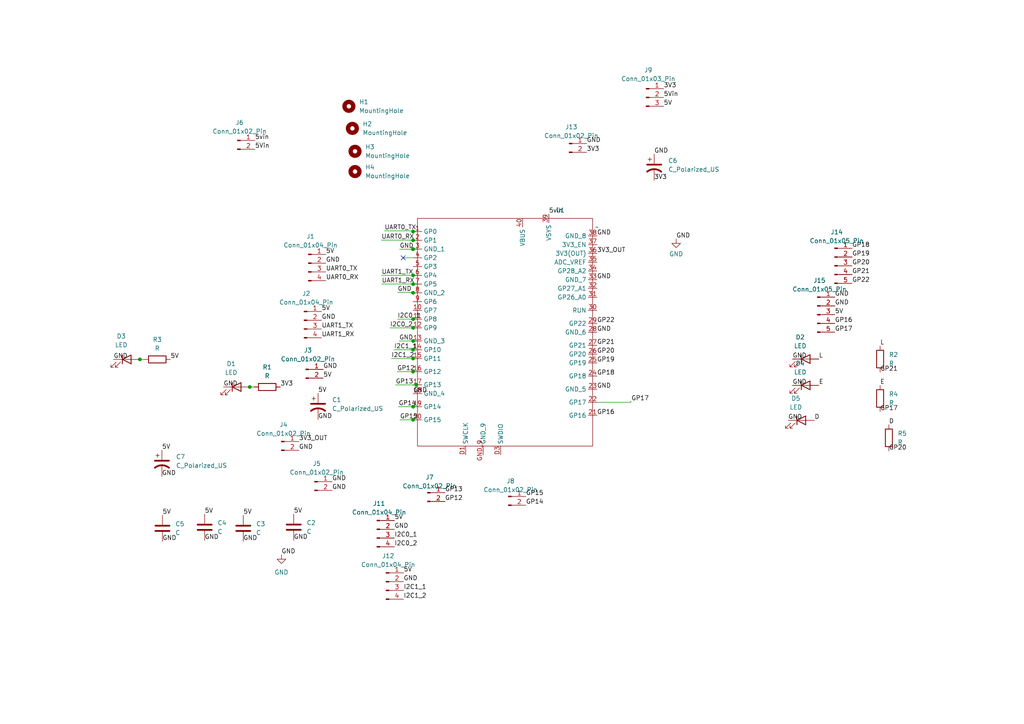
<source format=kicad_sch>
(kicad_sch (version 20230121) (generator eeschema)
  (paper "A4")
  (lib_symbols
    (symbol "Connector:Conn_01x02_Pin" (pin_names (offset 1.016) hide)
      (property "Reference" "J" (at 0 2.54 0))
      (property "Value" "Conn_01x02_Pin" (at 0 -5.08 0))
      (symbol "Conn_01x02_Pin_1_1"
        (polyline (pts (xy 1.27 -2.54) (xy 0.8636 -2.54)) (stroke (width 0.1524)))
        (polyline (pts (xy 1.27 0) (xy 0.8636 0)) (stroke (width 0.1524)))
        (rectangle (start 0.8636 -2.413) (end 0 -2.667) (stroke (width 0.1524)) (fill (type outline)))
        (rectangle (start 0.8636 0.127) (end 0 -0.127) (stroke (width 0.1524)) (fill (type outline)))
        (pin passive line (at 5.08 0 180) (length 3.81) (name "Pin_1") (number "1"))
        (pin passive line (at 5.08 -2.54 180) (length 3.81) (name "Pin_2") (number "2"))
      )
    )
    (symbol "Connector:Conn_01x03_Pin" (pin_names (offset 1.016) hide)
      (property "Reference" "J" (at 0 5.08 0))
      (property "Value" "Conn_01x03_Pin" (at 0 -5.08 0))
      (symbol "Conn_01x03_Pin_1_1"
        (polyline (pts (xy 1.27 -2.54) (xy 0.8636 -2.54)) (stroke (width 0.1524)))
        (polyline (pts (xy 1.27 0) (xy 0.8636 0)) (stroke (width 0.1524)))
        (polyline (pts (xy 1.27 2.54) (xy 0.8636 2.54)) (stroke (width 0.1524)))
        (rectangle (start 0.8636 -2.413) (end 0 -2.667) (stroke (width 0.1524)) (fill (type outline)))
        (rectangle (start 0.8636 0.127) (end 0 -0.127) (stroke (width 0.1524)) (fill (type outline)))
        (rectangle (start 0.8636 2.667) (end 0 2.413) (stroke (width 0.1524)) (fill (type outline)))
        (pin passive line (at 5.08 2.54 180) (length 3.81) (name "Pin_1") (number "1"))
        (pin passive line (at 5.08 0 180) (length 3.81) (name "Pin_2") (number "2"))
        (pin passive line (at 5.08 -2.54 180) (length 3.81) (name "Pin_3") (number "3"))
      )
    )
    (symbol "Connector:Conn_01x04_Pin" (pin_names (offset 1.016) hide)
      (property "Reference" "J" (at 0 5.08 0))
      (property "Value" "Conn_01x04_Pin" (at 0 -7.62 0))
      (symbol "Conn_01x04_Pin_1_1"
        (polyline (pts (xy 1.27 -5.08) (xy 0.8636 -5.08)) (stroke (width 0.1524)))
        (polyline (pts (xy 1.27 -2.54) (xy 0.8636 -2.54)) (stroke (width 0.1524)))
        (polyline (pts (xy 1.27 0) (xy 0.8636 0)) (stroke (width 0.1524)))
        (polyline (pts (xy 1.27 2.54) (xy 0.8636 2.54)) (stroke (width 0.1524)))
        (rectangle (start 0.8636 -4.953) (end 0 -5.207) (stroke (width 0.1524)) (fill (type outline)))
        (rectangle (start 0.8636 -2.413) (end 0 -2.667) (stroke (width 0.1524)) (fill (type outline)))
        (rectangle (start 0.8636 0.127) (end 0 -0.127) (stroke (width 0.1524)) (fill (type outline)))
        (rectangle (start 0.8636 2.667) (end 0 2.413) (stroke (width 0.1524)) (fill (type outline)))
        (pin passive line (at 5.08 2.54 180) (length 3.81) (name "Pin_1") (number "1"))
        (pin passive line (at 5.08 0 180) (length 3.81) (name "Pin_2") (number "2"))
        (pin passive line (at 5.08 -2.54 180) (length 3.81) (name "Pin_3") (number "3"))
        (pin passive line (at 5.08 -5.08 180) (length 3.81) (name "Pin_4") (number "4"))
      )
    )
    (symbol "Connector:Conn_01x05_Pin" (pin_names (offset 1.016) hide)
      (property "Reference" "J" (at 0 7.62 0))
      (property "Value" "Conn_01x05_Pin" (at 0 -7.62 0))
      (symbol "Conn_01x05_Pin_1_1"
        (polyline (pts (xy 1.27 -5.08) (xy 0.8636 -5.08)) (stroke (width 0.1524)))
        (polyline (pts (xy 1.27 -2.54) (xy 0.8636 -2.54)) (stroke (width 0.1524)))
        (polyline (pts (xy 1.27 0) (xy 0.8636 0)) (stroke (width 0.1524)))
        (polyline (pts (xy 1.27 2.54) (xy 0.8636 2.54)) (stroke (width 0.1524)))
        (polyline (pts (xy 1.27 5.08) (xy 0.8636 5.08)) (stroke (width 0.1524)))
        (rectangle (start 0.8636 -4.953) (end 0 -5.207) (stroke (width 0.1524)) (fill (type outline)))
        (rectangle (start 0.8636 -2.413) (end 0 -2.667) (stroke (width 0.1524)) (fill (type outline)))
        (rectangle (start 0.8636 0.127) (end 0 -0.127) (stroke (width 0.1524)) (fill (type outline)))
        (rectangle (start 0.8636 2.667) (end 0 2.413) (stroke (width 0.1524)) (fill (type outline)))
        (rectangle (start 0.8636 5.207) (end 0 4.953) (stroke (width 0.1524)) (fill (type outline)))
        (pin passive line (at 5.08 5.08 180) (length 3.81) (name "Pin_1") (number "1"))
        (pin passive line (at 5.08 2.54 180) (length 3.81) (name "Pin_2") (number "2"))
        (pin passive line (at 5.08 0 180) (length 3.81) (name "Pin_3") (number "3"))
        (pin passive line (at 5.08 -2.54 180) (length 3.81) (name "Pin_4") (number "4"))
        (pin passive line (at 5.08 -5.08 180) (length 3.81) (name "Pin_5") (number "5"))
      )
    )
    (symbol "Device:C" (pin_numbers hide) (pin_names (offset 0.254))
      (property "Reference" "C" (at 0.635 2.54 0))
      (property "Value" "C" (at 0.635 -2.54 0))
      (symbol "C_0_1"
        (polyline (pts (xy -2.032 -0.762) (xy 2.032 -0.762)) (stroke (width 0.508)))
        (polyline (pts (xy -2.032 0.762) (xy 2.032 0.762)) (stroke (width 0.508)))
      )
      (symbol "C_1_1"
        (pin passive line (at 0 3.81 270) (length 2.794) (name "~") (number "1"))
        (pin passive line (at 0 -3.81 90) (length 2.794) (name "~") (number "2"))
      )
    )
    (symbol "Device:C_Polarized_US" (pin_numbers hide) (pin_names (offset 0.254) hide)
      (property "Reference" "C" (at 0.635 2.54 0))
      (property "Value" "C_Polarized_US" (at 0.635 -2.54 0))
      (symbol "C_Polarized_US_0_1"
        (polyline (pts (xy -2.032 0.762) (xy 2.032 0.762)) (stroke (width 0.508)))
        (polyline (pts (xy -1.778 2.286) (xy -0.762 2.286)))
        (polyline (pts (xy -1.27 1.778) (xy -1.27 2.794)))
        (arc (start 2.032 -1.27) (mid 0 -0.5572) (end -2.032 -1.27) (stroke (width 0.508)))
      )
      (symbol "C_Polarized_US_1_1"
        (pin passive line (at 0 3.81 270) (length 2.794) (name "~") (number "1"))
        (pin passive line (at 0 -3.81 90) (length 3.302) (name "~") (number "2"))
      )
    )
    (symbol "Device:LED" (pin_numbers hide) (pin_names (offset 1.016) hide)
      (property "Reference" "D" (at 0 2.54 0))
      (property "Value" "LED" (at 0 -2.54 0))
      (symbol "LED_0_1"
        (polyline (pts (xy -1.27 -1.27) (xy -1.27 1.27)) (stroke (width 0.254)))
        (polyline (pts (xy -1.27 0) (xy 1.27 0)))
        (polyline (pts (xy 1.27 -1.27) (xy 1.27 1.27) (xy -1.27 0) (xy 1.27 -1.27)) (stroke (width 0.254)))
        (polyline (pts (xy -3.048 -0.762) (xy -4.572 -2.286) (xy -3.81 -2.286) (xy -4.572 -2.286) (xy -4.572 -1.524)))
        (polyline (pts (xy -1.778 -0.762) (xy -3.302 -2.286) (xy -2.54 -2.286) (xy -3.302 -2.286) (xy -3.302 -1.524)))
      )
      (symbol "LED_1_1"
        (pin passive line (at -3.81 0 0) (length 2.54) (name "K") (number "1"))
        (pin passive line (at 3.81 0 180) (length 2.54) (name "A") (number "2"))
      )
    )
    (symbol "Device:R" (pin_numbers hide) (pin_names (offset 0))
      (property "Reference" "R" (at 2.032 0 90))
      (property "Value" "R" (at 0 0 90))
      (symbol "R_0_1"
        (rectangle (start -1.016 -2.54) (end 1.016 2.54) (stroke (width 0.254)))
      )
      (symbol "R_1_1"
        (pin passive line (at 0 3.81 270) (length 1.27) (name "~") (number "1"))
        (pin passive line (at 0 -3.81 90) (length 1.27) (name "~") (number "2"))
      )
    )
    (symbol "Mechanical:MountingHole" (pin_names (offset 1.016))
      (property "Reference" "H" (at 0 5.08 0))
      (property "Value" "MountingHole" (at 0 3.175 0))
      (symbol "MountingHole_0_1"
        (circle (center 0 0) (radius 1.27) (stroke (width 1.27)))
      )
    )
    (symbol "pi_pico:pi_pico"
      (property "Reference" "U" (at 0 0 0))
      (symbol "pi_pico_0_1"
        (rectangle (start -52.07 2.54) (end -1.27 -63.5))
      )
      (symbol "pi_pico_1_1"
        (pin free line (at -53.34 -1.27 0) (length 2.54) (name "GP0") (number "1"))
        (pin free line (at -53.34 -24.13 0) (length 2.54) (name "GP7") (number "10"))
        (pin free line (at -53.34 -26.67 0) (length 2.54) (name "GP8") (number "11"))
        (pin free line (at -53.34 -29.21 0) (length 2.54) (name "GP9") (number "12"))
        (pin free line (at -53.34 -33.02 0) (length 2.54) (name "GND_3") (number "13"))
        (pin free line (at -53.34 -35.56 0) (length 2.54) (name "GP10") (number "14"))
        (pin free line (at -53.34 -38.1 0) (length 2.54) (name "GP11") (number "15"))
        (pin free line (at -53.34 -41.91 0) (length 2.54) (name "GP12") (number "16"))
        (pin free line (at -53.34 -45.72 0) (length 2.54) (name "GP13") (number "17"))
        (pin free line (at -53.34 -48.26 0) (length 2.54) (name "GND_4") (number "18"))
        (pin free line (at -53.34 -52.07 0) (length 2.54) (name "GP14") (number "19"))
        (pin free line (at -53.34 -3.81 0) (length 2.54) (name "GP1") (number "2"))
        (pin free line (at -53.34 -55.88 0) (length 2.54) (name "GP15") (number "20"))
        (pin free line (at 0 -54.61 180) (length 2.54) (name "GP16") (number "21"))
        (pin free line (at 0 -50.8 180) (length 2.54) (name "GP17") (number "22"))
        (pin free line (at 0 -46.99 180) (length 2.54) (name "GND_5") (number "23"))
        (pin free line (at 0 -43.18 180) (length 2.54) (name "GP18") (number "24"))
        (pin free line (at 0 -39.37 180) (length 2.54) (name "GP19") (number "25"))
        (pin free line (at 0 -36.83 180) (length 2.54) (name "GP20") (number "26"))
        (pin free line (at 0 -34.29 180) (length 2.54) (name "GP21") (number "27"))
        (pin free line (at 0 -30.48 180) (length 2.54) (name "GND_6") (number "28"))
        (pin free line (at 0 -27.94 180) (length 2.54) (name "GP22") (number "29"))
        (pin free line (at -53.34 -6.35 0) (length 2.54) (name "GND_1") (number "3"))
        (pin free line (at 0 -24.13 180) (length 2.54) (name "RUN") (number "30"))
        (pin free line (at 0 -20.32 180) (length 2.54) (name "GP26_A0") (number "31"))
        (pin free line (at 0 -17.78 180) (length 2.54) (name "GP27_A1") (number "32"))
        (pin free line (at 0 -15.24 180) (length 2.54) (name "GND_7") (number "33"))
        (pin free line (at 0 -12.7 180) (length 2.54) (name "GP28_A2") (number "34"))
        (pin free line (at 0 -10.16 180) (length 2.54) (name "ADC_VREF") (number "35"))
        (pin free line (at 0 -7.62 180) (length 2.54) (name "3V3(OUT)") (number "36"))
        (pin free line (at 0 -5.08 180) (length 2.54) (name "3V3_EN") (number "37"))
        (pin free line (at 0 -2.54 180) (length 2.54) (name "GND_8") (number "38"))
        (pin free line (at -13.97 3.81 270) (length 2.54) (name "VSYS") (number "39"))
        (pin free line (at -53.34 -8.89 0) (length 2.54) (name "GP2") (number "4"))
        (pin free line (at -21.59 2.54 270) (length 2.54) (name "VBUS") (number "40"))
        (pin free line (at -53.34 -11.43 0) (length 2.54) (name "GP3") (number "5"))
        (pin free line (at -53.34 -13.97 0) (length 2.54) (name "GP4") (number "6"))
        (pin free line (at -53.34 -16.51 0) (length 2.54) (name "GP5") (number "7"))
        (pin free line (at -53.34 -19.05 0) (length 2.54) (name "GND_2") (number "8"))
        (pin free line (at -53.34 -21.59 0) (length 2.54) (name "GP6") (number "9"))
        (pin free line (at -38.1 -66.04 90) (length 2.54) (name "SWCLK") (number "D1"))
        (pin free line (at -27.94 -66.04 90) (length 2.54) (name "SWDIO") (number "D3"))
        (pin free line (at -33.02 -66.04 90) (length 2.54) (name "GND_9") (number "GND_9"))
      )
    )
    (symbol "power:GND" (power) (pin_names (offset 0))
      (property "Value" "GND" (at 0 -3.81 0))
      (symbol "GND_0_1"
        (polyline (pts (xy 0 0) (xy 0 -1.27) (xy 1.27 -1.27) (xy 0 -2.54) (xy -1.27 -1.27) (xy 0 -1.27)))
      )
      (symbol "GND_1_1"
        (pin power_in line (at 0 0 270) (length 0) hide (name "GND") (number "1"))
      )
    )
  )
  (junction (at 119.7864 72.2884))
  (junction (at 120.7262 111.6076))
  (junction (at 119.8118 69.6976))
  (junction (at 119.8118 84.9376))
  (junction (at 119.8118 82.3976))
  (junction (at 119.8118 107.7976))
  (junction (at 119.8118 92.5576))
  (junction (at 119.8118 98.9076))
  (junction (at 119.8118 72.2376))
  (junction (at 119.8118 101.4476))
  (junction (at 119.8118 121.7676))
  (junction (at 119.8118 117.9576))
  (junction (at 72.4408 112.2426))
  (junction (at 119.8118 103.9876))
  (junction (at 119.8118 67.1576))
  (junction (at 40.5638 104.2416))
  (junction (at 119.8118 79.8576))
  (junction (at 119.8118 95.0976))
  (no_connect (at 116.9416 74.7776))
  (wire (pts (xy 110.617 69.6468) (xy 119.761 69.6468)))
  (wire (pts (xy 119.8118 111.6076) (xy 120.7262 111.6076)))
  (wire (pts (xy 119.8118 101.4476) (xy 120.269 101.4476)))
  (wire (pts (xy 119.8118 103.9876) (xy 120.3198 103.9876)))
  (wire (pts (xy 119.507 66.9544) (xy 119.507 67.1576)))
  (wire (pts (xy 119.8118 92.5576) (xy 120.7516 92.5576)))
  (wire (pts (xy 119.6086 84.9376) (xy 119.8118 84.9376)))
  (wire (pts (xy 111.506 66.9544) (xy 119.507 66.9544)))
  (wire (pts (xy 116.0018 121.7676) (xy 119.8118 121.7676)))
  (wire (pts (xy 119.8118 98.9076) (xy 120.6754 98.9076)))
  (wire (pts (xy 119.7864 72.2884) (xy 120.8278 72.2884)))
  (wire (pts (xy 119.8118 67.1576) (xy 120.6754 67.1576)))
  (wire (pts (xy 119.507 67.1576) (xy 119.8118 67.1576)))
  (wire (pts (xy 119.8118 69.6976) (xy 120.7262 69.6976)))
  (wire (pts (xy 119.8118 79.8576) (xy 120.777 79.8576)))
  (wire (pts (xy 119.8118 121.7676) (xy 120.7008 121.7676)))
  (wire (pts (xy 120.8278 72.2884) (xy 120.8278 72.2376)))
  (wire (pts (xy 115.5954 117.9576) (xy 119.8118 117.9576)))
  (wire (pts (xy 182.9054 116.5098) (xy 182.9054 116.6876)))
  (wire (pts (xy 72.4408 112.2426) (xy 73.6854 112.2426)))
  (wire (pts (xy 119.8118 82.3976) (xy 120.8786 82.3976)))
  (wire (pts (xy 115.316 84.7852) (xy 119.6086 84.7852)))
  (wire (pts (xy 119.761 69.6976) (xy 119.8118 69.6976)))
  (wire (pts (xy 115.2906 92.5576) (xy 119.8118 92.5576)))
  (wire (pts (xy 114.7572 111.633) (xy 120.7262 111.633)))
  (wire (pts (xy 115.9002 72.2884) (xy 119.7864 72.2884)))
  (wire (pts (xy 119.8118 95.0976) (xy 120.142 95.0976)))
  (wire (pts (xy 182.9054 116.6876) (xy 173.1518 116.6876)))
  (wire (pts (xy 114.3 101.4476) (xy 119.8118 101.4476)))
  (wire (pts (xy 120.8278 72.2376) (xy 119.8118 72.2376)))
  (wire (pts (xy 110.6678 79.8576) (xy 119.8118 79.8576)))
  (wire (pts (xy 115.1636 107.7976) (xy 119.8118 107.7976)))
  (wire (pts (xy 40.5638 104.2416) (xy 41.8084 104.2416)))
  (wire (pts (xy 119.8118 117.9576) (xy 120.8278 117.9576)))
  (wire (pts (xy 119.7864 82.3976) (xy 119.8118 82.3976)))
  (wire (pts (xy 120.8786 82.3722) (xy 120.8786 82.3976)))
  (wire (pts (xy 116.9924 74.8284) (xy 116.9924 74.7776)))
  (wire (pts (xy 116.9924 74.7776) (xy 119.8118 74.7776)))
  (wire (pts (xy 119.7864 72.2376) (xy 119.7864 72.2884)))
  (wire (pts (xy 110.6932 82.3722) (xy 120.8786 82.3722)))
  (wire (pts (xy 115.7732 98.9076) (xy 119.8118 98.9076)))
  (wire (pts (xy 72.1614 112.2426) (xy 72.4408 112.2426)))
  (wire (pts (xy 119.8118 84.9376) (xy 120.6246 84.9376)))
  (wire (pts (xy 119.6086 84.7852) (xy 119.6086 84.9376)))
  (wire (pts (xy 113.5126 103.9876) (xy 119.8118 103.9876)))
  (wire (pts (xy 119.8118 72.2376) (xy 119.7864 72.2376)))
  (wire (pts (xy 119.8118 107.7976) (xy 120.523 107.7976)))
  (wire (pts (xy 120.8278 111.6076) (xy 120.8278 111.633)))
  (wire (pts (xy 120.7262 111.6076) (xy 120.8278 111.6076)))
  (wire (pts (xy 120.142 95.0976) (xy 120.142 95.123)))
  (wire (pts (xy 113.1062 95.0976) (xy 119.8118 95.0976)))
  (wire (pts (xy 119.761 69.6468) (xy 119.761 69.6976)))
  (wire (pts (xy 120.7262 111.6076) (xy 120.7262 111.633)))
  (wire (pts (xy 40.2844 104.2416) (xy 40.5638 104.2416)))
  (wire (pts (xy 183.0832 116.5098) (xy 182.9054 116.5098)))
  (label "GP21" (at 247.142 79.629 0))
  (label "I2C1_2" (at 117.0432 173.7868 0))
  (label "GP22" (at 247.142 82.169 0))
  (label "I2C0_2" (at 114.4016 158.5976 0))
  (label "GND" (at 64.8208 112.2426 0))
  (label "GND" (at 93.2688 92.8878 0))
  (label "5Vin" (at 73.9394 43.2816 0))
  (label "GP17" (at 242.1382 96.3422 0))
  (label "I2C1_1" (at 117.0432 171.2468 0))
  (label "UART1_TX" (at 93.2688 95.4278 0))
  (label "GND" (at 173.1518 112.8776 0))
  (label "5V" (at 70.5612 149.4282 0))
  (label "GND" (at 189.738 44.704 0))
  (label "UART1_RX" (at 93.2688 97.9678 0))
  (label "UART0_TX" (at 94.5134 78.867 0))
  (label "GND" (at 229.87 104.14 0))
  (label "GP14" (at 115.5954 117.9576 0))
  (label "UART0_RX" (at 110.617 69.6468 0))
  (label "GND" (at 173.1518 81.1276 0))
  (label "5vin" (at 159.1818 62.0776 0))
  (label "GP19" (at 247.142 74.549 0))
  (label "I2C0_1" (at 114.4016 156.0576 0))
  (label "GND" (at 93.7514 107.1372 0))
  (label "GP14" (at 152.527 146.5326 0))
  (label "GND" (at 115.7732 98.9076 0))
  (label "GND" (at 242.1382 88.7222 0))
  (label "GND" (at 59.3598 156.7434 0))
  (label "5V" (at 93.2688 90.3478 0))
  (label "5V" (at 47.117 149.4282 0))
  (label "UART1_TX" (at 110.6678 79.8576 0))
  (label "GND" (at 173.1518 68.4276 0))
  (label "GND" (at 94.5134 76.327 0))
  (label "GND" (at 173.1518 96.3676 0))
  (label "GND" (at 81.6356 160.909 0))
  (label "5Vin" (at 192.4812 28.2702 0))
  (label "5vin" (at 73.9394 40.7416 0))
  (label "GND" (at 46.9646 138.2014 0))
  (label "GND" (at 115.9002 72.2884 0))
  (label "GND" (at 85.1916 156.718 0))
  (label "L" (at 255.27 100.33 0))
  (label "3V3" (at 192.4812 25.7302 0))
  (label "GP17" (at 255.27 119.38 0))
  (label "UART0_TX" (at 111.506 66.9544 0))
  (label "GND" (at 229.87 111.76 0))
  (label "GND" (at 47.117 157.0482 0))
  (label "E" (at 255.27 111.76 0))
  (label "GP21" (at 255.27 107.95 0))
  (label "GND" (at 170.1546 41.6306 0))
  (label "GP16" (at 173.1518 120.4976 0))
  (label "GP18" (at 247.142 72.009 0))
  (label "GP15" (at 152.527 143.9926 0))
  (label "3V3" (at 170.1546 44.1706 0))
  (label "5V" (at 49.4284 104.2416 0))
  (label "D" (at 236.22 121.92 0))
  (label "5V" (at 117.0432 166.1668 0))
  (label "3V3" (at 81.3054 112.2426 0))
  (label "GND" (at 70.5612 157.0482 0))
  (label "5V" (at 114.4016 150.9776 0))
  (label "3V3_OUT" (at 173.1518 73.5076 0))
  (label "5V" (at 85.1916 149.098 0))
  (label "5V" (at 59.3598 149.1234 0))
  (label "I2C0_1" (at 115.2906 92.5576 0))
  (label "GND" (at 92.2528 121.6914 0))
  (label "5V" (at 93.7514 109.6772 0))
  (label "GND" (at 32.9438 104.2416 0))
  (label "GND" (at 117.0432 168.7068 0))
  (label "UART1_RX" (at 110.6932 82.3722 0))
  (label "3V3_OUT" (at 86.6902 128.0668 0))
  (label "GP12" (at 115.1636 107.7976 0))
  (label "GND" (at 115.316 84.7852 0))
  (label "5V" (at 242.1382 91.2622 0))
  (label "GP16" (at 242.1382 93.8022 0))
  (label "5V" (at 192.4812 30.8102 0))
  (label "GND" (at 96.3168 139.7 0))
  (label "5V" (at 92.2528 114.0714 0))
  (label "GND" (at 114.4016 153.5176 0))
  (label "GP18" (at 173.1518 109.0676 0))
  (label "I2C0_2" (at 113.1062 95.0976 0))
  (label "GND" (at 119.8118 114.1476 0))
  (label "GP20" (at 173.1518 102.7176 0))
  (label "GND" (at 96.3168 142.24 0))
  (label "GND" (at 196.1134 69.3166 0))
  (label "E" (at 237.49 111.76 0))
  (label "GP21" (at 173.1518 100.1776 0))
  (label "GP15" (at 116.0018 121.7676 0))
  (label "5V" (at 46.9646 130.5814 0))
  (label "GND" (at 228.6 121.92 0))
  (label "GP22" (at 173.1518 93.8276 0))
  (label "GP12" (at 129.0574 145.4404 0))
  (label "GP13" (at 129.0574 142.9004 0))
  (label "D" (at 257.81 123.19 0))
  (label "GP20" (at 257.81 130.81 0))
  (label "3V3" (at 189.738 52.324 0))
  (label "GP20" (at 247.142 77.089 0))
  (label "GND" (at 86.6902 130.6068 0))
  (label "5V" (at 94.5134 73.787 0))
  (label "L" (at 237.49 104.14 0))
  (label "GP19" (at 173.1518 105.2576 0))
  (label "UART0_RX" (at 94.5134 81.407 0))
  (label "GND" (at 242.1382 86.1822 0))
  (label "GP17" (at 183.0832 116.5098 0))
  (label "I2C1_1" (at 114.3 101.4476 0))
  (label "GP13" (at 114.7572 111.633 0))
  (label "I2C1_2" (at 113.5126 103.9876 0))
  (symbol (lib_id "Device:LED") (at 68.6308 112.2426 0) (unit 1)
    (property "Reference" "D1" (at 67.0433 105.5116 0))
    (property "Value" "LED" (at 67.0433 108.0516 0))
    (property "Footprint" "MY_LIB:LED_D3.0mm" (effects hide))
  )
  (symbol (lib_id "Connector:Conn_01x04_Pin") (at 88.1888 92.8878 0) (unit 1)
    (property "Reference" "J2" (at 88.8238 85.1408 0))
    (property "Value" "Conn_01x04_Pin" (at 88.8238 87.6808 0))
    (property "Footprint" "MY_LIB:jst_4" (effects hide))
  )
  (symbol (lib_id "Connector:Conn_01x02_Pin") (at 91.2368 139.7 0) (unit 1)
    (property "Reference" "J5" (at 91.8718 134.4676 0))
    (property "Value" "Conn_01x02_Pin" (at 91.8718 137.0076 0))
    (property "Footprint" "Connector_JST:JST_EH_B2B-EH-A_1x02_P2.50mm_Vertical" (effects hide))
  )
  (symbol (lib_id "Connector:Conn_01x02_Pin") (at 81.6102 128.0668 0) (unit 1)
    (property "Reference" "J4" (at 82.2452 123.19 0))
    (property "Value" "Conn_01x02_Pin" (at 82.2452 125.73 0))
    (property "Footprint" "Connector_JST:JST_EH_B2B-EH-A_1x02_P2.50mm_Vertical" (effects hide))
  )
  (symbol (lib_id "Connector:Conn_01x05_Pin") (at 237.0582 91.2622 0) (unit 1)
    (property "Reference" "J15" (at 237.6932 81.3562 0))
    (property "Value" "Conn_01x05_Pin" (at 237.6932 83.8962 0))
    (property "Footprint" "Connector_JST:JST_EH_B5B-EH-A_1x05_P2.50mm_Vertical" (effects hide))
  )
  (symbol (lib_id "power:GND") (at 81.6356 160.909 0) (unit 1)
    (property "Reference" "#PWR01" (effects hide))
    (property "Value" "GND" (at 81.6356 165.989 0))
  )
  (symbol (lib_id "Device:C_Polarized_US") (at 46.9646 134.3914 0) (unit 1)
    (property "Reference" "C7" (at 51.0286 132.4864 0) (effects (justify left)))
    (property "Value" "C_Polarized_US" (at 51.0286 135.0264 0) (effects (justify left)))
    (property "Footprint" "MY_LIB:Capacitor_Disc_Small" (effects hide))
  )
  (symbol (lib_id "Connector:Conn_01x03_Pin") (at 187.4012 28.2702 0) (unit 1)
    (property "Reference" "J9" (at 188.0362 20.32 0))
    (property "Value" "Conn_01x03_Pin" (at 188.0362 22.86 0))
    (property "Footprint" "SWITCH:SWITCH" (effects hide))
  )
  (symbol (lib_id "Device:R") (at 255.27 104.14 0) (unit 1)
    (property "Reference" "R2" (at 257.81 102.87 0) (effects (justify left)))
    (property "Value" "R" (at 257.81 105.41 0) (effects (justify left)))
    (property "Footprint" "MY_LIB:Resistor_small" (effects hide))
  )
  (symbol (lib_id "Mechanical:MountingHole") (at 102.9716 49.7586 0) (unit 1)
    (property "Reference" "H4" (at 105.918 48.4886 0) (effects (justify left)))
    (property "Value" "MountingHole" (at 105.918 51.0286 0) (effects (justify left)))
    (property "Footprint" "MountingHole:MountingHole_3mm_Pad" (effects hide))
  )
  (symbol (lib_id "Mechanical:MountingHole") (at 102.2096 37.2364 0) (unit 1)
    (property "Reference" "H2" (at 105.156 35.9664 0) (effects (justify left)))
    (property "Value" "MountingHole" (at 105.156 38.5064 0) (effects (justify left)))
    (property "Footprint" "MountingHole:MountingHole_3mm_Pad" (effects hide))
  )
  (symbol (lib_id "Device:R") (at 77.4954 112.2426 90) (unit 1)
    (property "Reference" "R1" (at 77.4954 106.5022 90))
    (property "Value" "R" (at 77.4954 109.0422 90))
    (property "Footprint" "MY_LIB:Resistor_small" (effects hide))
  )
  (symbol (lib_id "Device:R") (at 257.81 127 0) (unit 1)
    (property "Reference" "R5" (at 260.35 125.73 0) (effects (justify left)))
    (property "Value" "R" (at 260.35 128.27 0) (effects (justify left)))
    (property "Footprint" "MY_LIB:Resistor_small" (effects hide))
  )
  (symbol (lib_id "Mechanical:MountingHole") (at 102.9716 43.8912 0) (unit 1)
    (property "Reference" "H3" (at 105.918 42.6212 0) (effects (justify left)))
    (property "Value" "MountingHole" (at 105.918 45.1612 0) (effects (justify left)))
    (property "Footprint" "MountingHole:MountingHole_3mm_Pad" (effects hide))
  )
  (symbol (lib_id "Device:C_Polarized_US") (at 189.738 48.514 0) (unit 1)
    (property "Reference" "C6" (at 193.802 46.609 0) (effects (justify left)))
    (property "Value" "C_Polarized_US" (at 193.802 49.149 0) (effects (justify left)))
    (property "Footprint" "MY_LIB:Capacitor_Disc_Small" (effects hide))
  )
  (symbol (lib_id "Device:LED") (at 233.68 104.14 0) (unit 1)
    (property "Reference" "D2" (at 232.0925 97.79 0))
    (property "Value" "LED" (at 232.0925 100.33 0))
    (property "Footprint" "MY_LIB:LED_D3.0mm" (effects hide))
  )
  (symbol (lib_id "Connector:Conn_01x04_Pin") (at 111.9632 168.7068 0) (unit 1)
    (property "Reference" "J12" (at 112.5982 161.2392 0))
    (property "Value" "Conn_01x04_Pin" (at 112.5982 163.7792 0))
    (property "Footprint" "MY_LIB:jst_4" (effects hide))
  )
  (symbol (lib_id "Mechanical:MountingHole") (at 101.1936 30.8356 0) (unit 1)
    (property "Reference" "H1" (at 104.14 29.5656 0) (effects (justify left)))
    (property "Value" "MountingHole" (at 104.14 32.1056 0) (effects (justify left)))
    (property "Footprint" "MountingHole:MountingHole_3mm_Pad" (effects hide))
  )
  (symbol (lib_id "Device:LED") (at 36.7538 104.2416 0) (unit 1)
    (property "Reference" "D3" (at 35.1663 97.5106 0))
    (property "Value" "LED" (at 35.1663 100.0506 0))
    (property "Footprint" "MY_LIB:LED_D3.0mm" (effects hide))
  )
  (symbol (lib_id "Device:C") (at 85.1916 152.908 0) (unit 1)
    (property "Reference" "C2" (at 88.9 151.638 0) (effects (justify left)))
    (property "Value" "C" (at 88.9 154.178 0) (effects (justify left)))
    (property "Footprint" "MY_LIB:Capacitor_Disc_Small" (effects hide))
  )
  (symbol (lib_id "Connector:Conn_01x02_Pin") (at 147.447 143.9926 0) (unit 1)
    (property "Reference" "J8" (at 148.082 139.5222 0))
    (property "Value" "Conn_01x02_Pin" (at 148.082 142.0622 0))
    (property "Footprint" "Connector_JST:JST_EH_B2B-EH-A_1x02_P2.50mm_Vertical" (effects hide))
  )
  (symbol (lib_id "Connector:Conn_01x02_Pin") (at 68.8594 40.7416 0) (unit 1)
    (property "Reference" "J6" (at 69.4944 35.56 0))
    (property "Value" "Conn_01x02_Pin" (at 69.4944 38.1 0))
    (property "Footprint" "KD1-101F_small_switch:KD1-101F_small" (effects hide))
  )
  (symbol (lib_id "Connector:Conn_01x04_Pin") (at 109.3216 153.5176 0) (unit 1)
    (property "Reference" "J11" (at 109.9566 146.05 0))
    (property "Value" "Conn_01x04_Pin" (at 109.9566 148.59 0))
    (property "Footprint" "MY_LIB:jst_4" (effects hide))
  )
  (symbol (lib_id "Device:LED") (at 232.41 121.92 0) (unit 1)
    (property "Reference" "D5" (at 230.8225 115.57 0))
    (property "Value" "LED" (at 230.8225 118.11 0))
    (property "Footprint" "MY_LIB:LED_D3.0mm" (effects hide))
  )
  (symbol (lib_id "Device:C") (at 47.117 153.2382 0) (unit 1)
    (property "Reference" "C5" (at 50.8254 151.9682 0) (effects (justify left)))
    (property "Value" "C" (at 50.8254 154.5082 0) (effects (justify left)))
    (property "Footprint" "MY_LIB:Capacitor_Disc_Small" (effects hide))
  )
  (symbol (lib_id "Connector:Conn_01x02_Pin") (at 165.0746 41.6306 0) (unit 1)
    (property "Reference" "J13" (at 165.7096 36.83 0))
    (property "Value" "Conn_01x02_Pin" (at 165.7096 39.37 0))
    (property "Footprint" "MY_LIB:Connector_Bornier_2" (effects hide))
  )
  (symbol (lib_id "Connector:Conn_01x02_Pin") (at 123.9774 142.9004 0) (unit 1)
    (property "Reference" "J7" (at 124.6124 138.43 0))
    (property "Value" "Conn_01x02_Pin" (at 124.6124 140.97 0))
    (property "Footprint" "Connector_JST:JST_EH_B2B-EH-A_1x02_P2.50mm_Vertical" (effects hide))
  )
  (symbol (lib_id "pi_pico:pi_pico") (at 173.1518 65.8876 0) (unit 1)
    (property "Reference" "U1" (at 161.1377 60.96 0) (effects (justify left)))
    (property "Value" "~" (at 173.1518 65.8876 0))
    (property "Footprint" "RC_pi_pico:pi_pico" (effects hide))
  )
  (symbol (lib_id "Device:LED") (at 233.68 111.76 0) (unit 1)
    (property "Reference" "D4" (at 232.0925 105.41 0))
    (property "Value" "LED" (at 232.0925 107.95 0))
    (property "Footprint" "MY_LIB:LED_D3.0mm" (effects hide))
  )
  (symbol (lib_id "power:GND") (at 196.1134 69.3166 0) (unit 1)
    (property "Reference" "#PWR02" (effects hide))
    (property "Value" "GND" (at 196.1134 73.66 0))
  )
  (symbol (lib_id "Device:R") (at 255.27 115.57 0) (unit 1)
    (property "Reference" "R4" (at 257.81 114.3 0) (effects (justify left)))
    (property "Value" "R" (at 257.81 116.84 0) (effects (justify left)))
    (property "Footprint" "MY_LIB:Resistor_small" (effects hide))
  )
  (symbol (lib_id "Connector:Conn_01x02_Pin") (at 88.6714 107.1372 0) (unit 1)
    (property "Reference" "J3" (at 89.3064 101.6 0))
    (property "Value" "Conn_01x02_Pin" (at 89.3064 104.14 0))
    (property "Footprint" "MY_LIB:Connector_Bornier_2" (effects hide))
  )
  (symbol (lib_id "Connector:Conn_01x05_Pin") (at 242.062 77.089 0) (unit 1)
    (property "Reference" "J14" (at 242.697 67.31 0))
    (property "Value" "Conn_01x05_Pin" (at 242.697 69.85 0))
    (property "Footprint" "Connector_JST:JST_EH_B5B-EH-A_1x05_P2.50mm_Vertical" (effects hide))
  )
  (symbol (lib_id "Device:C") (at 70.5612 153.2382 0) (unit 1)
    (property "Reference" "C3" (at 74.2696 151.9682 0) (effects (justify left)))
    (property "Value" "C" (at 74.2696 154.5082 0) (effects (justify left)))
    (property "Footprint" "MY_LIB:Capacitor_Disc_Small" (effects hide))
  )
  (symbol (lib_id "Device:C") (at 59.3598 152.9334 0) (unit 1)
    (property "Reference" "C4" (at 63.0682 151.6634 0) (effects (justify left)))
    (property "Value" "C" (at 63.0682 154.2034 0) (effects (justify left)))
    (property "Footprint" "MY_LIB:Capacitor_Disc_Small" (effects hide))
  )
  (symbol (lib_id "Device:R") (at 45.6184 104.2416 90) (unit 1)
    (property "Reference" "R3" (at 45.6184 98.5012 90))
    (property "Value" "R" (at 45.6184 101.0412 90))
    (property "Footprint" "MY_LIB:Resistor_small" (effects hide))
  )
  (symbol (lib_id "Device:C_Polarized_US") (at 92.2528 117.8814 0) (unit 1)
    (property "Reference" "C1" (at 96.3168 115.9764 0) (effects (justify left)))
    (property "Value" "C_Polarized_US" (at 96.3168 118.5164 0) (effects (justify left)))
    (property "Footprint" "MY_LIB:Capacitor_100uF" (effects hide))
  )
  (symbol (lib_id "Connector:Conn_01x04_Pin") (at 89.4334 76.327 0) (unit 1)
    (property "Reference" "J1" (at 90.0684 68.58 0))
    (property "Value" "Conn_01x04_Pin" (at 90.0684 71.12 0))
    (property "Footprint" "MY_LIB:jst_4" (effects hide))
  )
)
</source>
